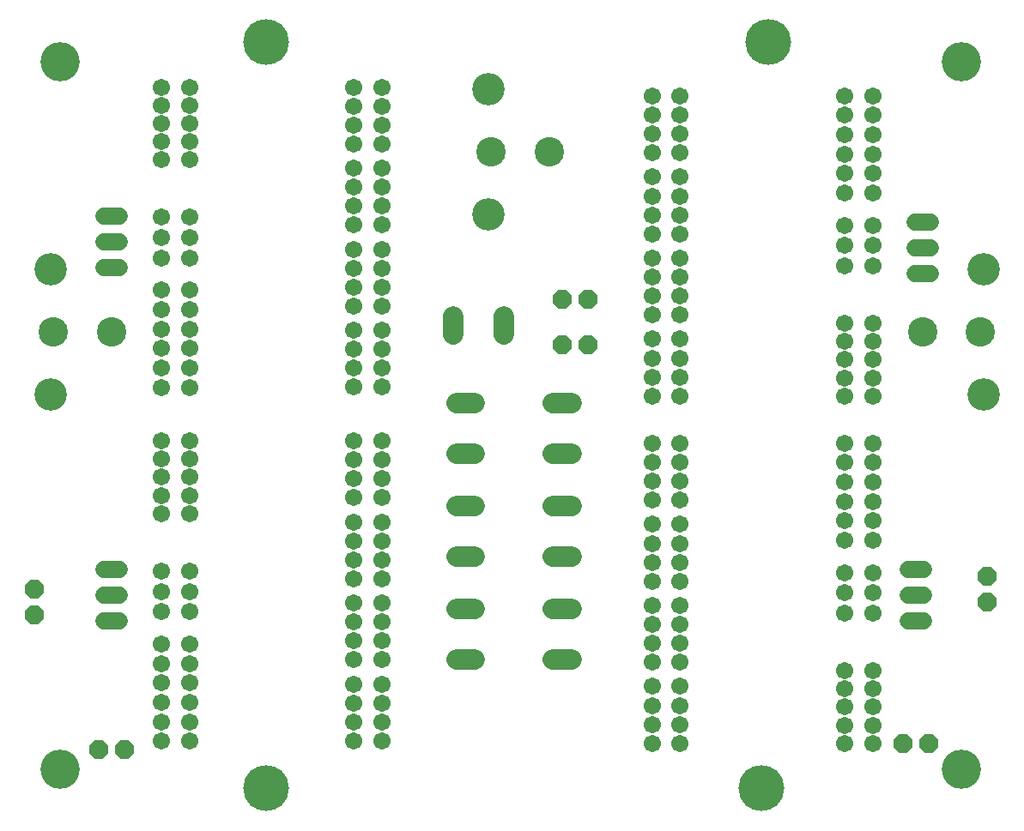
<source format=gbs>
G75*
%MOIN*%
%OFA0B0*%
%FSLAX25Y25*%
%IPPOS*%
%LPD*%
%AMOC8*
5,1,8,0,0,1.08239X$1,22.5*
%
%ADD10C,0.15200*%
%ADD11C,0.17800*%
%ADD12C,0.06706*%
%ADD13OC8,0.07100*%
%ADD14C,0.11430*%
%ADD15C,0.12611*%
%ADD16C,0.07850*%
%ADD17C,0.06800*%
D10*
X0021000Y0021000D03*
X0021000Y0296000D03*
X0371000Y0296000D03*
X0371000Y0021000D03*
D11*
X0293500Y0013500D03*
X0101000Y0013500D03*
X0101000Y0303500D03*
X0296000Y0303500D03*
D12*
X0325803Y0282693D03*
X0325803Y0275134D03*
X0336630Y0275134D03*
X0336630Y0282693D03*
X0336630Y0267575D03*
X0336630Y0260016D03*
X0325803Y0260016D03*
X0325803Y0267575D03*
X0325803Y0252457D03*
X0325803Y0244898D03*
X0336630Y0244898D03*
X0336630Y0252457D03*
X0336630Y0232339D03*
X0336630Y0224465D03*
X0325803Y0224465D03*
X0325803Y0232339D03*
X0325803Y0216591D03*
X0336630Y0216591D03*
X0336630Y0194189D03*
X0336630Y0187142D03*
X0325803Y0187142D03*
X0325803Y0194189D03*
X0325803Y0180094D03*
X0325803Y0173047D03*
X0325803Y0166000D03*
X0336630Y0166000D03*
X0336630Y0173047D03*
X0336630Y0180094D03*
X0336630Y0147693D03*
X0336630Y0140134D03*
X0325803Y0140134D03*
X0325803Y0147693D03*
X0325803Y0132575D03*
X0325803Y0125016D03*
X0325803Y0117457D03*
X0336630Y0117457D03*
X0336630Y0125016D03*
X0336630Y0132575D03*
X0336630Y0109898D03*
X0325803Y0109898D03*
X0325803Y0097339D03*
X0325803Y0089465D03*
X0336630Y0089465D03*
X0336630Y0097339D03*
X0336630Y0081591D03*
X0325803Y0081591D03*
X0325803Y0059189D03*
X0325803Y0052142D03*
X0325803Y0045094D03*
X0325803Y0038047D03*
X0336630Y0038047D03*
X0336630Y0045094D03*
X0336630Y0052142D03*
X0336630Y0059189D03*
X0336630Y0031000D03*
X0325803Y0031000D03*
X0261827Y0031000D03*
X0251000Y0031000D03*
X0251000Y0038362D03*
X0251000Y0045724D03*
X0251000Y0053087D03*
X0261827Y0053087D03*
X0261827Y0045724D03*
X0261827Y0038362D03*
X0261827Y0062496D03*
X0251000Y0062496D03*
X0251000Y0069858D03*
X0251000Y0077220D03*
X0251000Y0084583D03*
X0261827Y0084583D03*
X0261827Y0077220D03*
X0261827Y0069858D03*
X0261827Y0093992D03*
X0251000Y0093992D03*
X0251000Y0101354D03*
X0251000Y0108717D03*
X0251000Y0116079D03*
X0261827Y0116079D03*
X0261827Y0108717D03*
X0261827Y0101354D03*
X0261827Y0125488D03*
X0251000Y0125488D03*
X0251000Y0132850D03*
X0251000Y0140213D03*
X0251000Y0147575D03*
X0261827Y0147575D03*
X0261827Y0140213D03*
X0261827Y0132850D03*
X0261827Y0166000D03*
X0261827Y0173362D03*
X0251000Y0173362D03*
X0251000Y0166000D03*
X0251000Y0180724D03*
X0251000Y0188087D03*
X0261827Y0188087D03*
X0261827Y0180724D03*
X0261827Y0197496D03*
X0261827Y0204858D03*
X0251000Y0204858D03*
X0251000Y0197496D03*
X0251000Y0212220D03*
X0251000Y0219583D03*
X0261827Y0219583D03*
X0261827Y0212220D03*
X0261827Y0228992D03*
X0261827Y0236354D03*
X0251000Y0236354D03*
X0251000Y0228992D03*
X0251000Y0243717D03*
X0251000Y0251079D03*
X0261827Y0251079D03*
X0261827Y0243717D03*
X0261827Y0260488D03*
X0261827Y0267850D03*
X0251000Y0267850D03*
X0251000Y0260488D03*
X0251000Y0275213D03*
X0251000Y0282575D03*
X0261827Y0282575D03*
X0261827Y0275213D03*
X0146000Y0278638D03*
X0146000Y0286000D03*
X0135173Y0286000D03*
X0135173Y0278638D03*
X0135173Y0271276D03*
X0135173Y0263913D03*
X0135173Y0254504D03*
X0135173Y0247142D03*
X0135173Y0239780D03*
X0135173Y0232417D03*
X0135173Y0223008D03*
X0135173Y0215646D03*
X0135173Y0208283D03*
X0135173Y0200921D03*
X0135173Y0191512D03*
X0135173Y0184150D03*
X0135173Y0176787D03*
X0135173Y0169425D03*
X0146000Y0169425D03*
X0146000Y0176787D03*
X0146000Y0184150D03*
X0146000Y0191512D03*
X0146000Y0200921D03*
X0146000Y0208283D03*
X0146000Y0215646D03*
X0146000Y0223008D03*
X0146000Y0232417D03*
X0146000Y0239780D03*
X0146000Y0247142D03*
X0146000Y0254504D03*
X0146000Y0263913D03*
X0146000Y0271276D03*
X0071197Y0271906D03*
X0071197Y0278953D03*
X0071197Y0286000D03*
X0060370Y0286000D03*
X0060370Y0278953D03*
X0060370Y0271906D03*
X0060370Y0264858D03*
X0060370Y0257811D03*
X0071197Y0257811D03*
X0071197Y0264858D03*
X0071197Y0235409D03*
X0071197Y0227535D03*
X0071197Y0219661D03*
X0060370Y0219661D03*
X0060370Y0227535D03*
X0060370Y0235409D03*
X0060370Y0207102D03*
X0060370Y0199543D03*
X0060370Y0191984D03*
X0060370Y0184425D03*
X0060370Y0176866D03*
X0060370Y0169307D03*
X0071197Y0169307D03*
X0071197Y0176866D03*
X0071197Y0184425D03*
X0071197Y0191984D03*
X0071197Y0199543D03*
X0071197Y0207102D03*
X0071197Y0148500D03*
X0071197Y0141453D03*
X0071197Y0134406D03*
X0071197Y0127358D03*
X0071197Y0120311D03*
X0060370Y0120311D03*
X0060370Y0127358D03*
X0060370Y0134406D03*
X0060370Y0141453D03*
X0060370Y0148500D03*
X0060370Y0097909D03*
X0060370Y0090035D03*
X0060370Y0082161D03*
X0071197Y0082161D03*
X0071197Y0090035D03*
X0071197Y0097909D03*
X0071197Y0069602D03*
X0071197Y0062043D03*
X0071197Y0054484D03*
X0071197Y0046925D03*
X0071197Y0039366D03*
X0071197Y0031807D03*
X0060370Y0031807D03*
X0060370Y0039366D03*
X0060370Y0046925D03*
X0060370Y0054484D03*
X0060370Y0062043D03*
X0060370Y0069602D03*
X0135173Y0070783D03*
X0135173Y0063421D03*
X0135173Y0054012D03*
X0135173Y0046650D03*
X0135173Y0039287D03*
X0135173Y0031925D03*
X0146000Y0031925D03*
X0146000Y0039287D03*
X0146000Y0046650D03*
X0146000Y0054012D03*
X0146000Y0063421D03*
X0146000Y0070783D03*
X0146000Y0078146D03*
X0146000Y0085508D03*
X0146000Y0094917D03*
X0146000Y0102280D03*
X0146000Y0109642D03*
X0146000Y0117004D03*
X0146000Y0126413D03*
X0146000Y0133776D03*
X0146000Y0141138D03*
X0146000Y0148500D03*
X0135173Y0148500D03*
X0135173Y0141138D03*
X0135173Y0133776D03*
X0135173Y0126413D03*
X0135173Y0117004D03*
X0135173Y0109642D03*
X0135173Y0102280D03*
X0135173Y0094917D03*
X0135173Y0085508D03*
X0135173Y0078146D03*
D13*
X0046000Y0028500D03*
X0036000Y0028500D03*
X0011000Y0081000D03*
X0011000Y0091000D03*
X0216000Y0186000D03*
X0226000Y0186000D03*
X0226000Y0203500D03*
X0216000Y0203500D03*
X0381000Y0096000D03*
X0381000Y0086000D03*
X0358500Y0031000D03*
X0348500Y0031000D03*
D14*
X0356059Y0191000D03*
X0378500Y0191000D03*
X0210941Y0261000D03*
X0188500Y0261000D03*
X0040941Y0191000D03*
X0018500Y0191000D03*
D15*
X0017201Y0166669D03*
X0017201Y0215331D03*
X0187201Y0236669D03*
X0187201Y0285331D03*
X0379799Y0215331D03*
X0379799Y0166669D03*
D16*
X0219525Y0163343D02*
X0212475Y0163343D01*
X0212475Y0143657D02*
X0219525Y0143657D01*
X0219525Y0123343D02*
X0212475Y0123343D01*
X0212475Y0103657D02*
X0219525Y0103657D01*
X0219525Y0083343D02*
X0212475Y0083343D01*
X0212475Y0063657D02*
X0219525Y0063657D01*
X0182025Y0063657D02*
X0174975Y0063657D01*
X0174975Y0083343D02*
X0182025Y0083343D01*
X0182025Y0103657D02*
X0174975Y0103657D01*
X0174975Y0123343D02*
X0182025Y0123343D01*
X0182025Y0143657D02*
X0174975Y0143657D01*
X0174975Y0163343D02*
X0182025Y0163343D01*
X0173657Y0189975D02*
X0173657Y0197025D01*
X0193343Y0197025D02*
X0193343Y0189975D01*
D17*
X0044000Y0216000D02*
X0038000Y0216000D01*
X0038000Y0226000D02*
X0044000Y0226000D01*
X0044000Y0236000D02*
X0038000Y0236000D01*
X0038000Y0098500D02*
X0044000Y0098500D01*
X0044000Y0088500D02*
X0038000Y0088500D01*
X0038000Y0078500D02*
X0044000Y0078500D01*
X0350500Y0078500D02*
X0356500Y0078500D01*
X0356500Y0088500D02*
X0350500Y0088500D01*
X0350500Y0098500D02*
X0356500Y0098500D01*
X0359000Y0213500D02*
X0353000Y0213500D01*
X0353000Y0223500D02*
X0359000Y0223500D01*
X0359000Y0233500D02*
X0353000Y0233500D01*
M02*

</source>
